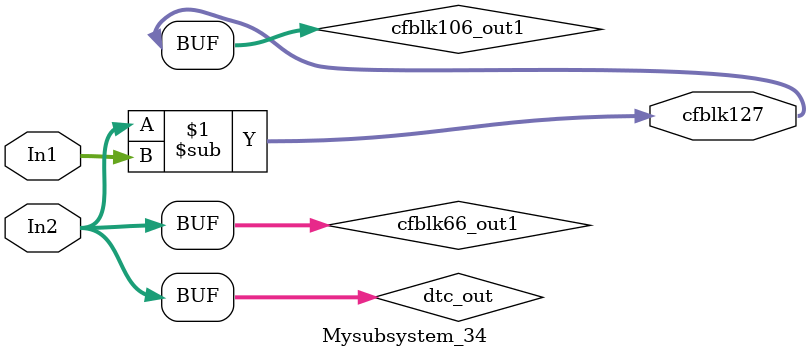
<source format=v>



`timescale 1 ns / 1 ns

module Mysubsystem_34
          (In1,
           In2,
           cfblk127);


  input   [7:0] In1;  // uint8
  input   [7:0] In2;  // uint8
  output  [7:0] cfblk127;  // uint8


  wire [7:0] dtc_out;  // ufix8
  wire [7:0] cfblk66_out1;  // uint8
  wire [7:0] cfblk106_out1;  // uint8


  assign dtc_out = In2;



  assign cfblk66_out1 = dtc_out;



  assign cfblk106_out1 = cfblk66_out1 - In1;



  assign cfblk127 = cfblk106_out1;

endmodule  // Mysubsystem_34


</source>
